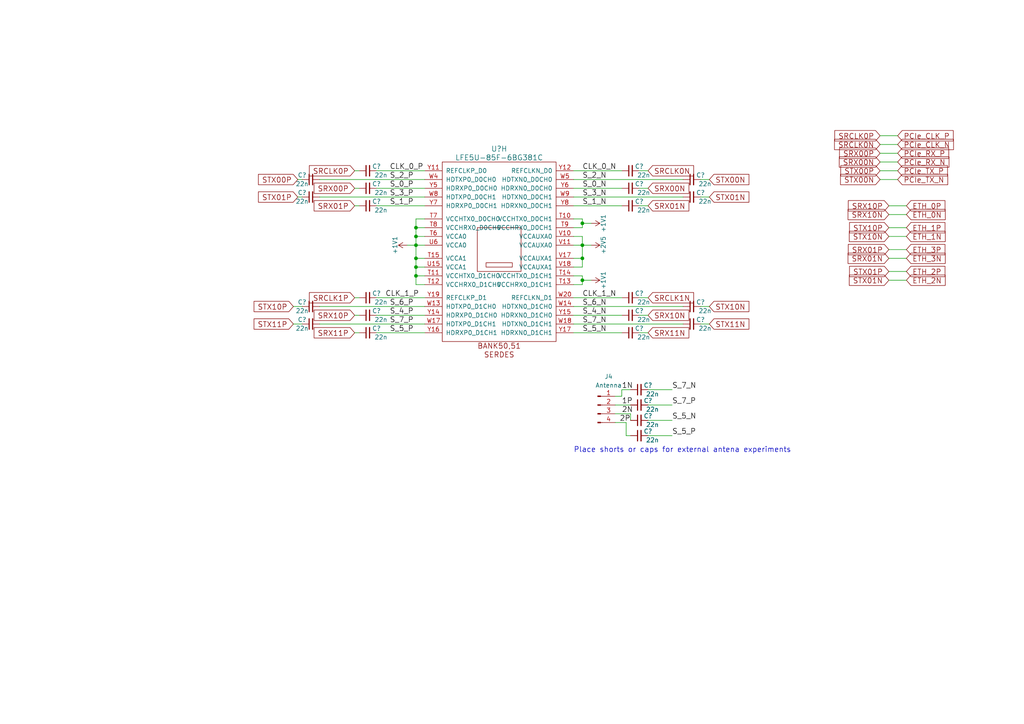
<source format=kicad_sch>
(kicad_sch (version 20231120) (generator "eeschema") (generator_version "8.0")
  (paper "A4")
  (title_block (title "ULX3S") (date "2024-08-20") (rev "0.0.4") (company "EMARD") (comment 1 "serdes") (comment 2 "License: CERN-OHL-S v2"))
  (junction (at 168.91 64.77))
  (junction (at 120.65 80.01))
  (junction (at 120.65 71.12))
  (junction (at 168.91 81.28))
  (junction (at 120.65 77.47))
  (junction (at 120.65 68.58))
  (junction (at 120.65 66.04))
  (junction (at 168.91 74.93))
  (junction (at 168.91 71.12))
  (junction (at 120.65 74.93))
  (wire (pts (xy 123.19 82.55) (xy 120.65 82.55)))
  (wire (pts (xy 104.14 96.52) (xy 102.87 96.52)))
  (wire (pts (xy 260.35 46.99) (xy 255.27 46.99)))
  (wire (pts (xy 123.19 77.47) (xy 120.65 77.47)))
  (wire (pts (xy 120.65 68.58) (xy 120.65 71.12)))
  (wire (pts (xy 187.96 113.03) (xy 194.945 113.03)))
  (wire (pts (xy 102.87 91.44) (xy 104.14 91.44)))
  (wire (pts (xy 166.37 52.07) (xy 198.12 52.07)))
  (wire (pts (xy 166.37 80.01) (xy 168.91 80.01)))
  (wire (pts (xy 123.19 68.58) (xy 120.65 68.58)))
  (wire (pts (xy 185.42 54.61) (xy 187.96 54.61)))
  (wire (pts (xy 205.74 52.07) (xy 203.2 52.07)))
  (wire (pts (xy 187.96 117.475) (xy 194.945 117.475)))
  (wire (pts (xy 118.11 71.12) (xy 120.65 71.12)))
  (wire (pts (xy 178.435 117.475) (xy 182.88 117.475)))
  (wire (pts (xy 168.91 63.5) (xy 168.91 64.77)))
  (wire (pts (xy 257.81 78.74) (xy 262.89 78.74)))
  (wire (pts (xy 109.22 49.53) (xy 123.19 49.53)))
  (wire (pts (xy 166.37 57.15) (xy 198.12 57.15)))
  (wire (pts (xy 257.81 66.04) (xy 262.89 66.04)))
  (wire (pts (xy 166.37 74.93) (xy 168.91 74.93)))
  (wire (pts (xy 255.27 39.37) (xy 260.35 39.37)))
  (wire (pts (xy 187.96 91.44) (xy 185.42 91.44)))
  (wire (pts (xy 123.19 52.07) (xy 92.71 52.07)))
  (wire (pts (xy 262.89 62.23) (xy 257.81 62.23)))
  (wire (pts (xy 109.22 54.61) (xy 123.19 54.61)))
  (wire (pts (xy 120.65 74.93) (xy 120.65 77.47)))
  (wire (pts (xy 168.91 64.77) (xy 168.91 66.04)))
  (wire (pts (xy 166.37 93.98) (xy 198.12 93.98)))
  (wire (pts (xy 92.71 93.98) (xy 123.19 93.98)))
  (wire (pts (xy 168.91 71.12) (xy 168.91 74.93)))
  (wire (pts (xy 255.27 49.53) (xy 260.35 49.53)))
  (wire (pts (xy 120.65 77.47) (xy 120.65 80.01)))
  (wire (pts (xy 178.435 114.935) (xy 180.34 114.935)))
  (wire (pts (xy 120.65 80.01) (xy 120.65 82.55)))
  (wire (pts (xy 166.37 77.47) (xy 168.91 77.47)))
  (wire (pts (xy 168.91 68.58) (xy 168.91 71.12)))
  (wire (pts (xy 181.61 126.365) (xy 182.88 126.365)))
  (wire (pts (xy 120.65 71.12) (xy 120.65 74.93)))
  (wire (pts (xy 257.81 59.69) (xy 262.89 59.69)))
  (wire (pts (xy 178.435 122.555) (xy 181.61 122.555)))
  (wire (pts (xy 205.74 93.98) (xy 203.2 93.98)))
  (wire (pts (xy 102.87 59.69) (xy 104.14 59.69)))
  (wire (pts (xy 262.89 81.28) (xy 257.81 81.28)))
  (wire (pts (xy 185.42 96.52) (xy 187.96 96.52)))
  (wire (pts (xy 180.34 113.03) (xy 182.88 113.03)))
  (wire (pts (xy 102.87 54.61) (xy 104.14 54.61)))
  (wire (pts (xy 166.37 68.58) (xy 168.91 68.58)))
  (wire (pts (xy 168.91 81.28) (xy 171.45 81.28)))
  (wire (pts (xy 187.96 86.36) (xy 185.42 86.36)))
  (wire (pts (xy 123.19 86.36) (xy 109.22 86.36)))
  (wire (pts (xy 198.12 88.9) (xy 166.37 88.9)))
  (wire (pts (xy 168.91 71.12) (xy 171.45 71.12)))
  (wire (pts (xy 123.19 96.52) (xy 109.22 96.52)))
  (wire (pts (xy 168.91 80.01) (xy 168.91 81.28)))
  (wire (pts (xy 104.14 86.36) (xy 102.87 86.36)))
  (wire (pts (xy 85.09 88.9) (xy 87.63 88.9)))
  (wire (pts (xy 180.34 96.52) (xy 166.37 96.52)))
  (wire (pts (xy 180.34 114.935) (xy 180.34 113.03)))
  (wire (pts (xy 109.22 91.44) (xy 123.19 91.44)))
  (wire (pts (xy 185.42 59.69) (xy 187.96 59.69)))
  (wire (pts (xy 203.2 88.9) (xy 205.74 88.9)))
  (wire (pts (xy 255.27 44.45) (xy 260.35 44.45)))
  (wire (pts (xy 181.61 122.555) (xy 181.61 126.365)))
  (wire (pts (xy 123.19 63.5) (xy 120.65 63.5)))
  (wire (pts (xy 102.87 49.53) (xy 104.14 49.53)))
  (wire (pts (xy 178.435 120.015) (xy 182.88 120.015)))
  (wire (pts (xy 187.96 126.365) (xy 194.945 126.365)))
  (wire (pts (xy 87.63 93.98) (xy 85.09 93.98)))
  (wire (pts (xy 123.19 57.15) (xy 92.71 57.15)))
  (wire (pts (xy 166.37 59.69) (xy 180.34 59.69)))
  (wire (pts (xy 166.37 49.53) (xy 180.34 49.53)))
  (wire (pts (xy 182.88 120.015) (xy 182.88 121.92)))
  (wire (pts (xy 187.96 121.92) (xy 194.945 121.92)))
  (wire (pts (xy 262.89 68.58) (xy 257.81 68.58)))
  (wire (pts (xy 166.37 91.44) (xy 180.34 91.44)))
  (wire (pts (xy 168.91 81.28) (xy 168.91 82.55)))
  (wire (pts (xy 120.65 66.04) (xy 120.65 68.58)))
  (wire (pts (xy 166.37 54.61) (xy 180.34 54.61)))
  (wire (pts (xy 260.35 52.07) (xy 255.27 52.07)))
  (wire (pts (xy 166.37 82.55) (xy 168.91 82.55)))
  (wire (pts (xy 203.2 57.15) (xy 205.74 57.15)))
  (wire (pts (xy 166.37 66.04) (xy 168.91 66.04)))
  (wire (pts (xy 123.19 71.12) (xy 120.65 71.12)))
  (wire (pts (xy 120.65 63.5) (xy 120.65 66.04)))
  (wire (pts (xy 180.34 86.36) (xy 166.37 86.36)))
  (wire (pts (xy 168.91 64.77) (xy 171.45 64.77)))
  (wire (pts (xy 166.37 63.5) (xy 168.91 63.5)))
  (wire (pts (xy 123.19 88.9) (xy 92.71 88.9)))
  (wire (pts (xy 185.42 49.53) (xy 187.96 49.53)))
  (wire (pts (xy 86.36 57.15) (xy 87.63 57.15)))
  (wire (pts (xy 123.19 74.93) (xy 120.65 74.93)))
  (wire (pts (xy 262.89 74.93) (xy 257.81 74.93)))
  (wire (pts (xy 123.19 80.01) (xy 120.65 80.01)))
  (wire (pts (xy 260.35 41.91) (xy 255.27 41.91)))
  (wire (pts (xy 166.37 71.12) (xy 168.91 71.12)))
  (wire (pts (xy 109.22 59.69) (xy 123.19 59.69)))
  (wire (pts (xy 257.81 72.39) (xy 262.89 72.39)))
  (wire (pts (xy 168.91 74.93) (xy 168.91 77.47)))
  (wire (pts (xy 123.19 66.04) (xy 120.65 66.04)))
  (wire (pts (xy 86.36 52.07) (xy 87.63 52.07)))
  (text "Place shorts or caps for external antena experiments" (at 166.37 131.445 0) (effects (font (size 1.524 1.524)) (justify left bottom)))
  (label "S_5_N" (at 168.91 96.52 0) (effects (font (size 1.524 1.524))))
  (label "2N" (at 180.34 120.015 0) (effects (font (size 1.524 1.524))))
  (label "S_7_P" (at 113.03 93.98 0) (effects (font (size 1.524 1.524))))
  (label "CLK_1_P" (at 111.76 86.36 0) (effects (font (size 1.524 1.524))))
  (label "2P" (at 179.705 122.555 0) (effects (font (size 1.524 1.524))))
  (label "S_5_P" (at 194.945 126.365 0) (effects (font (size 1.524 1.524))))
  (label "S_1_P" (at 113.03 59.69 0) (effects (font (size 1.524 1.524))))
  (label "S_3_P" (at 113.03 57.15 0) (effects (font (size 1.524 1.524))))
  (label "CLK_0_P" (at 113.03 49.53 0) (effects (font (size 1.524 1.524))))
  (label "S_0_P" (at 113.03 54.61 0) (effects (font (size 1.524 1.524))))
  (label "S_6_P" (at 113.03 88.9 0) (effects (font (size 1.524 1.524))))
  (label "S_2_P" (at 113.03 52.07 0) (effects (font (size 1.524 1.524))))
  (label "S_4_P" (at 113.03 91.44 0) (effects (font (size 1.524 1.524))))
  (label "S_7_P" (at 194.945 117.475 0) (effects (font (size 1.524 1.524))))
  (label "S_1_N" (at 168.91 59.69 0) (effects (font (size 1.524 1.524))))
  (label "S_3_N" (at 168.91 57.15 0) (effects (font (size 1.524 1.524))))
  (label "CLK_0_N" (at 168.91 49.53 0) (effects (font (size 1.524 1.524))))
  (label "S_2_N" (at 168.91 52.07 0) (effects (font (size 1.524 1.524))))
  (label "S_7_N" (at 194.945 113.03 0) (effects (font (size 1.524 1.524))))
  (label "CLK_1_N" (at 168.91 86.36 0) (effects (font (size 1.524 1.524))))
  (label "S_7_N" (at 168.91 93.98 0) (effects (font (size 1.524 1.524))))
  (label "S_4_N" (at 168.91 91.44 0) (effects (font (size 1.524 1.524))))
  (label "S_6_N" (at 168.91 88.9 0) (effects (font (size 1.524 1.524))))
  (label "1P" (at 180.34 117.475 0) (effects (font (size 1.524 1.524))))
  (label "S_5_P" (at 113.03 96.52 0) (effects (font (size 1.524 1.524))))
  (label "S_5_N" (at 194.945 121.92 0) (effects (font (size 1.524 1.524))))
  (label "S_0_N" (at 168.91 54.61 0) (effects (font (size 1.524 1.524))))
  (label "1N" (at 180.34 113.03 0) (effects (font (size 1.524 1.524))))
  (global_label "PCIe_RX_N" (shape input) (at 260.35 46.99 0) (effects (font (size 1.524 1.524))) (property "Intersheetrefs" "${INTERSHEET_REFS}" (effects (hide yes))))
  (global_label "ETH_3N" (shape input) (at 262.89 74.93 0) (effects (font (size 1.524 1.524))) (property "Intersheetrefs" "${INTERSHEET_REFS}" (effects (hide yes))))
  (global_label "SRX00N" (shape input) (at 255.27 46.99 180) (effects (font (size 1.524 1.524))) (property "Intersheetrefs" "${INTERSHEET_REFS}" (effects (hide yes))))
  (global_label "STX10N" (shape input) (at 205.74 88.9 0) (effects (font (size 1.524 1.524))) (property "Intersheetrefs" "${INTERSHEET_REFS}" (effects (hide yes))))
  (global_label "SRX11N" (shape input) (at 187.96 96.52 0) (effects (font (size 1.524 1.524))) (property "Intersheetrefs" "${INTERSHEET_REFS}" (effects (hide yes))))
  (global_label "STX00N" (shape input) (at 255.27 52.07 180) (effects (font (size 1.524 1.524))) (property "Intersheetrefs" "${INTERSHEET_REFS}" (effects (hide yes))))
  (global_label "PCIe_CLK_P" (shape input) (at 260.35 39.37 0) (effects (font (size 1.524 1.524))) (property "Intersheetrefs" "${INTERSHEET_REFS}" (effects (hide yes))))
  (global_label "PCIe_RX_P" (shape input) (at 260.35 44.45 0) (effects (font (size 1.524 1.524))) (property "Intersheetrefs" "${INTERSHEET_REFS}" (effects (hide yes))))
  (global_label "ETH_0N" (shape input) (at 262.89 62.23 0) (effects (font (size 1.524 1.524))) (property "Intersheetrefs" "${INTERSHEET_REFS}" (effects (hide yes))))
  (global_label "ETH_1P" (shape input) (at 262.89 66.04 0) (effects (font (size 1.524 1.524))) (property "Intersheetrefs" "${INTERSHEET_REFS}" (effects (hide yes))))
  (global_label "SRCLK1N" (shape input) (at 187.96 86.36 0) (effects (font (size 1.524 1.524))) (property "Intersheetrefs" "${INTERSHEET_REFS}" (effects (hide yes))))
  (global_label "ETH_3P" (shape input) (at 262.89 72.39 0) (effects (font (size 1.524 1.524))) (property "Intersheetrefs" "${INTERSHEET_REFS}" (effects (hide yes))))
  (global_label "STX00P" (shape input) (at 255.27 49.53 180) (effects (font (size 1.524 1.524))) (property "Intersheetrefs" "${INTERSHEET_REFS}" (effects (hide yes))))
  (global_label "SRX01N" (shape input) (at 257.81 74.93 180) (effects (font (size 1.524 1.524))) (property "Intersheetrefs" "${INTERSHEET_REFS}" (effects (hide yes))))
  (global_label "STX01N" (shape input) (at 257.81 81.28 180) (effects (font (size 1.524 1.524))) (property "Intersheetrefs" "${INTERSHEET_REFS}" (effects (hide yes))))
  (global_label "SRX11P" (shape input) (at 102.87 96.52 180) (effects (font (size 1.524 1.524))) (property "Intersheetrefs" "${INTERSHEET_REFS}" (effects (hide yes))))
  (global_label "PCIe_TX_N" (shape input) (at 260.35 52.07 0) (effects (font (size 1.524 1.524))) (property "Intersheetrefs" "${INTERSHEET_REFS}" (effects (hide yes))))
  (global_label "STX10P" (shape input) (at 257.81 66.04 180) (effects (font (size 1.524 1.524))) (property "Intersheetrefs" "${INTERSHEET_REFS}" (effects (hide yes))))
  (global_label "STX11N" (shape input) (at 205.74 93.98 0) (effects (font (size 1.524 1.524))) (property "Intersheetrefs" "${INTERSHEET_REFS}" (effects (hide yes))))
  (global_label "ETH_2P" (shape input) (at 262.89 78.74 0) (effects (font (size 1.524 1.524))) (property "Intersheetrefs" "${INTERSHEET_REFS}" (effects (hide yes))))
  (global_label "STX00P" (shape input) (at 86.36 52.07 180) (effects (font (size 1.524 1.524))) (property "Intersheetrefs" "${INTERSHEET_REFS}" (effects (hide yes))))
  (global_label "SRX00P" (shape input) (at 102.87 54.61 180) (effects (font (size 1.524 1.524))) (property "Intersheetrefs" "${INTERSHEET_REFS}" (effects (hide yes))))
  (global_label "ETH_1N" (shape input) (at 262.89 68.58 0) (effects (font (size 1.524 1.524))) (property "Intersheetrefs" "${INTERSHEET_REFS}" (effects (hide yes))))
  (global_label "STX00N" (shape input) (at 205.74 52.07 0) (effects (font (size 1.524 1.524))) (property "Intersheetrefs" "${INTERSHEET_REFS}" (effects (hide yes))))
  (global_label "SRCLK0P" (shape input) (at 102.87 49.53 180) (effects (font (size 1.524 1.524))) (property "Intersheetrefs" "${INTERSHEET_REFS}" (effects (hide yes))))
  (global_label "SRX01N" (shape input) (at 187.96 59.69 0) (effects (font (size 1.524 1.524))) (property "Intersheetrefs" "${INTERSHEET_REFS}" (effects (hide yes))))
  (global_label "STX01N" (shape input) (at 205.74 57.15 0) (effects (font (size 1.524 1.524))) (property "Intersheetrefs" "${INTERSHEET_REFS}" (effects (hide yes))))
  (global_label "SRCLK0N" (shape input) (at 187.96 49.53 0) (effects (font (size 1.524 1.524))) (property "Intersheetrefs" "${INTERSHEET_REFS}" (effects (hide yes))))
  (global_label "SRX10P" (shape input) (at 257.81 59.69 180) (effects (font (size 1.524 1.524))) (property "Intersheetrefs" "${INTERSHEET_REFS}" (effects (hide yes))))
  (global_label "STX01P" (shape input) (at 257.81 78.74 180) (effects (font (size 1.524 1.524))) (property "Intersheetrefs" "${INTERSHEET_REFS}" (effects (hide yes))))
  (global_label "SRCLK0N" (shape input) (at 255.27 41.91 180) (effects (font (size 1.524 1.524))) (property "Intersheetrefs" "${INTERSHEET_REFS}" (effects (hide yes))))
  (global_label "STX10N" (shape input) (at 257.81 68.58 180) (effects (font (size 1.524 1.524))) (property "Intersheetrefs" "${INTERSHEET_REFS}" (effects (hide yes))))
  (global_label "SRX10P" (shape input) (at 102.87 91.44 180) (effects (font (size 1.524 1.524))) (property "Intersheetrefs" "${INTERSHEET_REFS}" (effects (hide yes))))
  (global_label "PCIe_CLK_N" (shape input) (at 260.35 41.91 0) (effects (font (size 1.524 1.524))) (property "Intersheetrefs" "${INTERSHEET_REFS}" (effects (hide yes))))
  (global_label "SRX00N" (shape input) (at 187.96 54.61 0) (effects (font (size 1.524 1.524))) (property "Intersheetrefs" "${INTERSHEET_REFS}" (effects (hide yes))))
  (global_label "STX11P" (shape input) (at 85.09 93.98 180) (effects (font (size 1.524 1.524))) (property "Intersheetrefs" "${INTERSHEET_REFS}" (effects (hide yes))))
  (global_label "SRX10N" (shape input) (at 257.81 62.23 180) (effects (font (size 1.524 1.524))) (property "Intersheetrefs" "${INTERSHEET_REFS}" (effects (hide yes))))
  (global_label "SRX01P" (shape input) (at 102.87 59.69 180) (effects (font (size 1.524 1.524))) (property "Intersheetrefs" "${INTERSHEET_REFS}" (effects (hide yes))))
  (global_label "ETH_2N" (shape input) (at 262.89 81.28 0) (effects (font (size 1.524 1.524))) (property "Intersheetrefs" "${INTERSHEET_REFS}" (effects (hide yes))))
  (global_label "SRCLK1P" (shape input) (at 102.87 86.36 180) (effects (font (size 1.524 1.524))) (property "Intersheetrefs" "${INTERSHEET_REFS}" (effects (hide yes))))
  (global_label "STX10P" (shape input) (at 85.09 88.9 180) (effects (font (size 1.524 1.524))) (property "Intersheetrefs" "${INTERSHEET_REFS}" (effects (hide yes))))
  (global_label "SRX00P" (shape input) (at 255.27 44.45 180) (effects (font (size 1.524 1.524))) (property "Intersheetrefs" "${INTERSHEET_REFS}" (effects (hide yes))))
  (global_label "SRCLK0P" (shape input) (at 255.27 39.37 180) (effects (font (size 1.524 1.524))) (property "Intersheetrefs" "${INTERSHEET_REFS}" (effects (hide yes))))
  (global_label "PCIe_TX_P" (shape input) (at 260.35 49.53 0) (effects (font (size 1.524 1.524))) (property "Intersheetrefs" "${INTERSHEET_REFS}" (effects (hide yes))))
  (global_label "SRX10N" (shape input) (at 187.96 91.44 0) (effects (font (size 1.524 1.524))) (property "Intersheetrefs" "${INTERSHEET_REFS}" (effects (hide yes))))
  (global_label "STX01P" (shape input) (at 86.36 57.15 180) (effects (font (size 1.524 1.524))) (property "Intersheetrefs" "${INTERSHEET_REFS}" (effects (hide yes))))
  (global_label "SRX01P" (shape input) (at 257.81 72.39 180) (effects (font (size 1.524 1.524))) (property "Intersheetrefs" "${INTERSHEET_REFS}" (effects (hide yes))))
  (global_label "ETH_0P" (shape input) (at 262.89 59.69 0) (effects (font (size 1.524 1.524))) (property "Intersheetrefs" "${INTERSHEET_REFS}" (effects (hide yes))))
  (symbol (lib_id "ulx4m-rescue:+2V5-power") (at 171.45 71.12 270) (unit 1)
    (property "Reference" "#PWR0147" (effects (hide yes)))
    (property "Value" "+2V5" (at 175.006 71.12 0))
  )
  (symbol (lib_id "ulx4m-rescue:+1V1-power") (at 171.45 64.77 270) (unit 1)
    (property "Reference" "#PWR?" (effects (hide yes)))
    (property "Value" "+1V1" (at 175.006 64.77 0))
    (instances (project "" (path "" (reference "#PWR?") (unit 1)) (path "" (reference "#PWR0179") (unit 1))))
  )
  (symbol (lib_id "ulx4m-rescue:+1V1-power") (at 118.11 71.12 90) (unit 1)
    (property "Reference" "#PWR?" (effects (hide yes)))
    (property "Value" "+1V1" (at 114.554 71.12 0))
    (instances (project "" (path "" (reference "#PWR?") (unit 1)) (path "" (reference "#PWR0180") (unit 1))))
  )
  (symbol (lib_id "ulx4m-rescue:+1V1-power") (at 171.45 81.28 270) (unit 1)
    (property "Reference" "#PWR?" (effects (hide yes)))
    (property "Value" "+1V1" (at 175.006 81.28 0))
    (instances (project "" (path "" (reference "#PWR?") (unit 1)) (path "" (reference "#PWR0181") (unit 1))))
  )
  (symbol (lib_id "lfe5bg381:LFE5UM-85F-6BG381C") (at 144.78 72.39 0) (unit 8)
    (property "Reference" "U?" (at 144.78 43.18 0) (effects (font (size 1.524 1.524))))
    (property "Value" "LFE5U-85F-6BG381C" (at 144.78 45.72 0) (effects (font (size 1.524 1.524))))
    (property "Footprint" "lfe5bg381:BGA-381_pitch0.8mm_dia0.4mm" (effects (hide yes)))
    (property "Datasheet" "http://www.latticesemi.com/~/media/LatticeSemi/Documents/ApplicationNotes/EH/TN1261.pdf?document_id=50463" (effects (hide yes)))
    (property "MFG1" "Lattice" (effects (hide yes)))
    (property "MNF1_URL" "www.latticesemi.com" (effects (hide yes)))
    (property "MPN" "LFE5U-85F-6BG381C" (effects (hide yes)))
    (property "MFG2" "Lattice" (effects (hide yes)))
    (property "MNF2_URL" "www.latticesemi.com" (effects (hide yes)))
    (property "MP_N2" "LFE5U-12F-6BG381C" (effects (hide yes)))
    (property "Mouser" "842-LFE5U85F6BG381C" (effects (hide yes)))
    (property "price100_Mouse" "22.82$" (effects (hide yes)))
    (property "Digikey" "220-2177-ND" (effects (hide yes)))
    (property "Digike_y2" "220-2071-ND" (effects (hide yes)))
    (property "LCSC" "C446029" (effects (hide yes)))
    (property "LowCost" "842-LFE5U12F6BG381C" (effects (hide yes)))
    (property "Koncar" "FU004" (effects (hide yes)))
    (property "Side" "T" (effects (hide yes)))
    (instances (project "" (path "" (reference "U?") (unit 8)) (path "" (reference "U?") (unit 8)) (path "" (reference "U1") (unit 8))))
  )
  (symbol (lib_id "Device:C_Small") (at 106.68 49.53 90) (unit 1)
    (property "Reference" "C?" (at 109.22 48.26 90))
    (property "Value" "22n" (at 110.49 50.8 90))
    (property "Footprint" "Capacitor_SMD:C_0402_1005Metric" (effects (hide yes)))
    (instances (project "" (path "" (reference "C?") (unit 1)) (path "" (reference "C59") (unit 1))))
  )
  (symbol (lib_id "Device:C_Small") (at 106.68 54.61 90) (unit 1)
    (property "Reference" "C?" (at 109.22 53.34 90))
    (property "Value" "22n" (at 110.49 55.88 90))
    (property "Footprint" "Capacitor_SMD:C_0402_1005Metric" (effects (hide yes)))
    (instances (project "" (path "" (reference "C?") (unit 1)) (path "" (reference "C61") (unit 1))))
  )
  (symbol (lib_id "Device:C_Small") (at 106.68 59.69 90) (unit 1)
    (property "Reference" "C?" (at 109.22 58.42 90))
    (property "Value" "22n" (at 110.49 60.96 90))
    (property "Footprint" "Capacitor_SMD:C_0402_1005Metric" (effects (hide yes)))
    (instances (project "" (path "" (reference "C?") (unit 1)) (path "" (reference "C62") (unit 1))))
  )
  (symbol (lib_id "Device:C_Small") (at 182.88 49.53 90) (unit 1)
    (property "Reference" "C?" (at 185.42 48.26 90))
    (property "Value" "22n" (at 186.69 50.8 90))
    (property "Footprint" "Capacitor_SMD:C_0402_1005Metric" (effects (hide yes)))
    (instances (project "" (path "" (reference "C?") (unit 1)) (path "" (reference "C66") (unit 1))))
  )
  (symbol (lib_id "Device:C_Small") (at 182.88 54.61 90) (unit 1)
    (property "Reference" "C?" (at 185.42 53.34 90))
    (property "Value" "22n" (at 186.69 55.88 90))
    (property "Footprint" "Capacitor_SMD:C_0402_1005Metric" (effects (hide yes)))
    (instances (project "" (path "" (reference "C?") (unit 1)) (path "" (reference "C67") (unit 1))))
  )
  (symbol (lib_id "Device:C_Small") (at 182.88 59.69 90) (unit 1)
    (property "Reference" "C?" (at 185.42 58.42 90))
    (property "Value" "22n" (at 186.69 60.96 90))
    (property "Footprint" "Capacitor_SMD:C_0402_1005Metric" (effects (hide yes)))
    (instances (project "" (path "" (reference "C?") (unit 1)) (path "" (reference "C68") (unit 1))))
  )
  (symbol (lib_id "Device:C_Small") (at 106.68 91.44 90) (unit 1)
    (property "Reference" "C?" (at 109.22 90.17 90))
    (property "Value" "22n" (at 110.49 92.71 90))
    (property "Footprint" "Capacitor_SMD:C_0402_1005Metric" (effects (hide yes)))
    (instances (project "" (path "" (reference "C?") (unit 1)) (path "" (reference "C64") (unit 1))))
  )
  (symbol (lib_id "Device:C_Small") (at 106.68 96.52 90) (unit 1)
    (property "Reference" "C?" (at 109.22 95.25 90))
    (property "Value" "22n" (at 110.49 97.79 90))
    (property "Footprint" "Capacitor_SMD:C_0402_1005Metric" (effects (hide yes)))
    (instances (project "" (path "" (reference "C?") (unit 1)) (path "" (reference "C65") (unit 1))))
  )
  (symbol (lib_id "Device:C_Small") (at 182.88 91.44 90) (unit 1)
    (property "Reference" "C?" (at 185.42 90.17 90))
    (property "Value" "22n" (at 186.69 92.71 90))
    (property "Footprint" "Capacitor_SMD:C_0402_1005Metric" (effects (hide yes)))
    (instances (project "" (path "" (reference "C?") (unit 1)) (path "" (reference "C70") (unit 1))))
  )
  (symbol (lib_id "Device:C_Small") (at 182.88 96.52 90) (unit 1)
    (property "Reference" "C?" (at 185.42 95.25 90))
    (property "Value" "22n" (at 186.69 97.79 90))
    (property "Footprint" "Capacitor_SMD:C_0402_1005Metric" (effects (hide yes)))
    (instances (project "" (path "" (reference "C?") (unit 1)) (path "" (reference "C71") (unit 1))))
  )
  (symbol (lib_id "Device:C_Small") (at 106.68 86.36 90) (unit 1)
    (property "Reference" "C?" (at 109.22 85.09 90))
    (property "Value" "22n" (at 110.49 87.63 90))
    (property "Footprint" "Capacitor_SMD:C_0402_1005Metric" (effects (hide yes)))
    (instances (project "" (path "" (reference "C?") (unit 1)) (path "" (reference "C63") (unit 1))))
  )
  (symbol (lib_id "Device:C_Small") (at 182.88 86.36 90) (unit 1)
    (property "Reference" "C?" (at 185.42 85.09 90))
    (property "Value" "22n" (at 186.69 87.63 90))
    (property "Footprint" "Capacitor_SMD:C_0402_1005Metric" (effects (hide yes)))
    (instances (project "" (path "" (reference "C?") (unit 1)) (path "" (reference "C69") (unit 1))))
  )
  (symbol (lib_id "Device:C_Small") (at 90.17 52.07 90) (unit 1)
    (property "Reference" "C?" (at 87.63 50.8 90))
    (property "Value" "22n" (at 87.63 53.34 90))
    (property "Footprint" "Capacitor_SMD:C_0402_1005Metric" (effects (hide yes)))
    (instances (project "" (path "" (reference "C?") (unit 1)) (path "" (reference "C55") (unit 1))))
  )
  (symbol (lib_id "Device:C_Small") (at 90.17 57.15 90) (unit 1)
    (property "Reference" "C?" (at 87.63 55.88 90))
    (property "Value" "22n" (at 87.63 58.42 90))
    (property "Footprint" "Capacitor_SMD:C_0402_1005Metric" (effects (hide yes)))
    (instances (project "" (path "" (reference "C?") (unit 1)) (path "" (reference "C56") (unit 1))))
  )
  (symbol (lib_id "Device:C_Small") (at 200.66 57.15 90) (unit 1)
    (property "Reference" "C?" (at 203.2 55.88 90))
    (property "Value" "22n" (at 204.47 58.42 90))
    (property "Footprint" "Capacitor_SMD:C_0402_1005Metric" (effects (hide yes)))
    (instances (project "" (path "" (reference "C?") (unit 1)) (path "" (reference "C73") (unit 1))))
  )
  (symbol (lib_id "Device:C_Small") (at 200.66 52.07 90) (unit 1)
    (property "Reference" "C?" (at 203.2 50.8 90))
    (property "Value" "22n" (at 204.47 53.34 90))
    (property "Footprint" "Capacitor_SMD:C_0402_1005Metric" (effects (hide yes)))
    (instances (project "" (path "" (reference "C?") (unit 1)) (path "" (reference "C72") (unit 1))))
  )
  (symbol (lib_id "Device:C_Small") (at 90.17 93.98 90) (unit 1)
    (property "Reference" "C?" (at 87.63 92.71 90))
    (property "Value" "22n" (at 87.63 95.25 90))
    (property "Footprint" "Capacitor_SMD:C_0402_1005Metric" (effects (hide yes)))
    (instances (project "" (path "" (reference "C?") (unit 1)) (path "" (reference "C58") (unit 1))))
  )
  (symbol (lib_id "Device:C_Small") (at 90.17 88.9 90) (unit 1)
    (property "Reference" "C?" (at 87.63 87.63 90))
    (property "Value" "22n" (at 87.63 90.17 90))
    (property "Footprint" "Capacitor_SMD:C_0402_1005Metric" (effects (hide yes)))
    (instances (project "" (path "" (reference "C?") (unit 1)) (path "" (reference "C57") (unit 1))))
  )
  (symbol (lib_id "Device:C_Small") (at 200.66 88.9 90) (unit 1)
    (property "Reference" "C?" (at 203.2 87.63 90))
    (property "Value" "22n" (at 204.47 90.17 90))
    (property "Footprint" "Capacitor_SMD:C_0402_1005Metric" (effects (hide yes)))
    (instances (project "" (path "" (reference "C?") (unit 1)) (path "" (reference "C74") (unit 1))))
  )
  (symbol (lib_id "Device:C_Small") (at 200.66 93.98 90) (unit 1)
    (property "Reference" "C?" (at 203.2 92.71 90))
    (property "Value" "22n" (at 204.47 95.25 90))
    (property "Footprint" "Capacitor_SMD:C_0402_1005Metric" (effects (hide yes)))
    (instances (project "" (path "" (reference "C?") (unit 1)) (path "" (reference "C75") (unit 1))))
  )
  (symbol (lib_id "Device:C_Small") (at 185.42 113.03 90) (unit 1)
    (property "Reference" "C?" (at 187.96 111.76 90))
    (property "Value" "22n" (at 189.23 114.3 90))
    (property "Footprint" "Capacitor_SMD:C_0201_0603Metric" (effects (hide yes)))
    (instances (project "" (path "" (reference "C?") (unit 1)) (path "" (reference "C91") (unit 1))))
  )
  (symbol (lib_id "Device:C_Small") (at 185.42 117.475 90) (unit 1)
    (property "Reference" "C?" (at 187.96 116.205 90))
    (property "Value" "22n" (at 189.23 118.745 90))
    (property "Footprint" "Capacitor_SMD:C_0201_0603Metric" (effects (hide yes)))
    (instances (project "" (path "" (reference "C?") (unit 1)) (path "" (reference "C92") (unit 1))))
  )
  (symbol (lib_id "Device:C_Small") (at 185.42 121.92 90) (unit 1)
    (property "Reference" "C?" (at 187.96 120.65 90))
    (property "Value" "22n" (at 189.23 123.19 90))
    (property "Footprint" "Capacitor_SMD:C_0201_0603Metric" (effects (hide yes)))
    (instances (project "" (path "" (reference "C?") (unit 1)) (path "" (reference "C93") (unit 1))))
  )
  (symbol (lib_id "Device:C_Small") (at 185.42 126.365 90) (unit 1)
    (property "Reference" "C?" (at 187.96 125.095 90))
    (property "Value" "22n" (at 189.23 127.635 90))
    (property "Footprint" "Capacitor_SMD:C_0201_0603Metric" (effects (hide yes)))
    (instances (project "" (path "" (reference "C?") (unit 1)) (path "" (reference "C94") (unit 1))))
  )
  (symbol (lib_id "ulx4m-rescue:Conn_01x04_Male-Connector") (at 173.355 117.475 0) (unit 1)
    (property "Reference" "J4" (at 176.53 109.22 0))
    (property "Value" "Antenna" (at 176.53 111.76 0))
    (property "Footprint" "Connector_PinHeader_2.54mm:PinHeader_1x04_P2.54mm_Vertical" (effects (hide yes)))
  )
)
</source>
